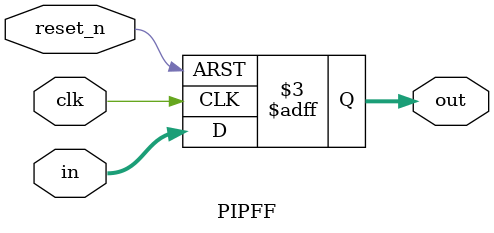
<source format=sv>
module IIR(
    input logic signed [23:0] data_in,      
    input logic clk,                    
    input logic reset_n,                  
    output logic signed [23:0] data_out     
);

  logic signed [23:0] out1, out2; //section out
  logic signed [23:0] d1as1, d2as1, d1bs1, d2bs1, d1as2, d2as2, d1bs2, d2bs2, d1as3, d2as3, d1bs3, d2bs3; //delays
  logic signed [23:0] tempout1, d1as1t, tempin1, d1bs1t, tempout2, d1as2t, tempin2, d1bs2t, tempout3, d1as3t, tempin3, d1bs3t; //wires
  logic signed [55:0] bout1, aout1, bout2, aout2, bout3, aout3; 
  logic signed [32:0] a1s1, a2s1, b0s1, b1s1, b2s1, a1s2, a2s2, b0s2, b1s2, b2s2, a1s3, a2s3, b0s3, b1s3, b2s3; //coeffs
  logic signed [23:0] pips1, pips2; //pipeline reg
  
  assign b0s1 = 7322;
  assign b1s1 = 14644;
  assign b2s1 = 7322;
  assign a1s1 = -1979412;
  assign a2s1 = 960122;

  assign b0s2 = 6823;
  assign b1s2 = 13646;
  assign b2s2 = 6823;
  assign a1s2 = -1844652;
  assign a2s2 = 823369;

  assign b0s3 = 6565;
  assign b1s3 = 13130;
  assign b2s3 = 6565;
  assign a1s3 = -1979412;
  assign a2s3 = 960122;
  
  //Section 1
  
  assign tempin1 = data_in;
  assign d1bs1t = d1bs1;
  assign tempout1 = out1;
  assign d1as1t = d1as1;
  assign bout1 = data_in*b0s1 + d1bs1*b1s1 + d2bs1*b2s1;
  assign aout1 = bout1 - d1as1*a1s1 - d2as1*a2s1;
  assign out1 = aout1 >> 20;
  
  //Pipeline 1
  PIPFF PIP1(.in(out1),
             .clk(clk),
             .reset_n(reset_n),
             .out(pips1));
  
  //Section 2
  assign tempin2 = pips1;
  assign d1bs2t = d1bs2;
  assign tempout2 = out2;
  assign d1as2t = d1as2;
  assign bout2 = pips1*b0s2 + d1bs2*b1s2 + d2bs2*b2s2;
  assign aout2 = bout2 - d1as2*a1s2 - d2as2*a2s2;
  assign out2 = aout2 >> 20;
  
  //Pipeline 2
  PIPFF PIP2(.in(out2),
             .clk(clk),
             .reset_n(reset_n),
             .out(pips2));
  
  //Section 3
  assign tempin3 = pips2;
  assign d1bs3t = d1bs3;
  assign tempout3 = data_out;
  assign d1as3t = d1as3;
  assign bout3 = pips2*b0s3 + d1bs3*b1s3 + d2bs3*b2s3;
  assign aout3 = bout3 - d1as3*a1s3 - d2as3*a2s3;
  assign data_out = aout3 >> 20;


	always @ (posedge clk or negedge reset_n) begin
		if (!reset_n) begin
			d1as1 <= 0;
			d2as1 <= 0;
			d1bs1 <= 0;
			d2bs1 <= 0;

      d1as2 <= 0;
      d2as2 <= 0;
      d1bs2 <= 0;
      d2bs2 <= 0;

      d1as3 <= 0;
      d2as3 <= 0;
      d1bs3 <= 0;
      d2bs3 <= 0;
		end else begin
			d1as1 <= tempout1;
			d2as1 <= d1as1t;
			d1bs1 <= tempin1;
			d2bs1 <= d1bs1t;

      d1as2 <= tempout2;
      d2as2 <= d1as2t;
      d1bs2 <= tempin1;
      d2bs2 <= d1bs2t;

      d1as3 <= tempout3;
      d2as3 <= d1as3t;
      d1bs3 <= tempin3;
      d2bs3 <= d1bs3t;
		end
	end
endmodule

module PIPFF (in, clk, reset_n, out);
  input clk, reset_n;
  input logic signed [23:0] in;
  output logic signed [23:0] out;
  
  always_ff @(posedge clk or negedge reset_n)begin
    if (!reset_n)
      out <= 0;
    else 
      out <= in;
    end
endmodule: PIPFF

</source>
